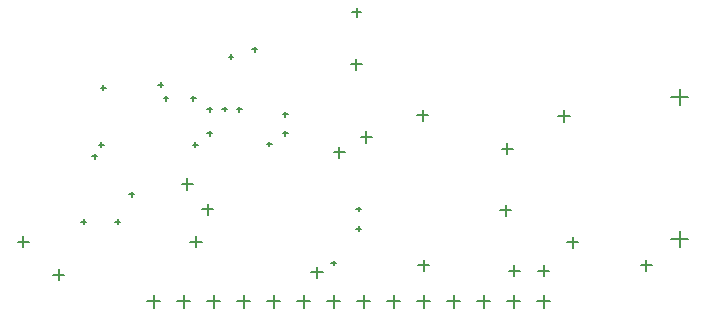
<source format=gbr>
%TF.GenerationSoftware,Altium Limited,Altium Designer,24.7.2 (38)*%
G04 Layer_Color=128*
%FSLAX43Y43*%
%MOMM*%
%TF.SameCoordinates,A6C98B59-F63B-4C8E-8392-574C2285590F*%
%TF.FilePolarity,Positive*%
%TF.FileFunction,Drillmap*%
%TF.Part,Single*%
G01*
G75*
%TA.AperFunction,NonConductor*%
%ADD69C,0.127*%
D69*
X26826Y6575D02*
X27776D01*
X27301Y6100D02*
Y7050D01*
X1951Y9150D02*
X2901D01*
X2426Y8675D02*
Y9625D01*
X31000Y18029D02*
X31950D01*
X31475Y17554D02*
Y18504D01*
X30306Y28575D02*
X31068D01*
X30687Y28194D02*
Y28956D01*
X57300Y9400D02*
X58700D01*
X58000Y8700D02*
Y10100D01*
X57300Y21400D02*
X58700D01*
X58000Y20700D02*
Y22100D01*
X16586Y9150D02*
X17536D01*
X17061Y8675D02*
Y9625D01*
X25640Y4120D02*
X26740D01*
X26190Y3570D02*
Y4670D01*
X23100Y4120D02*
X24200D01*
X23650Y3570D02*
Y4670D01*
X20560Y4120D02*
X21660D01*
X21110Y3570D02*
Y4670D01*
X15480Y4120D02*
X16580D01*
X16030Y3570D02*
Y4670D01*
X12940Y4120D02*
X14040D01*
X13490Y3570D02*
Y4670D01*
X18020Y4120D02*
X19120D01*
X18570Y3570D02*
Y4670D01*
X28180Y4120D02*
X29280D01*
X28730Y3570D02*
Y4670D01*
X30720Y4120D02*
X31820D01*
X31270Y3570D02*
Y4670D01*
X33260Y4120D02*
X34360D01*
X33810Y3570D02*
Y4670D01*
X35800Y4120D02*
X36900D01*
X36350Y3570D02*
Y4670D01*
X38340Y4120D02*
X39440D01*
X38890Y3570D02*
Y4670D01*
X40880Y4120D02*
X41980D01*
X41430Y3570D02*
Y4670D01*
X43420Y4120D02*
X44520D01*
X43970Y3570D02*
Y4670D01*
X45960Y4120D02*
X47060D01*
X46510Y3570D02*
Y4670D01*
X46035Y6691D02*
X46985D01*
X46510Y6216D02*
Y7166D01*
X47750Y19800D02*
X48700D01*
X48225Y19325D02*
Y20275D01*
X4975Y6350D02*
X5925D01*
X5450Y5875D02*
Y6825D01*
X30150Y24175D02*
X31100D01*
X30625Y23700D02*
Y24650D01*
X42946Y17035D02*
X43896D01*
X43421Y16560D02*
Y17510D01*
X54700Y7150D02*
X55650D01*
X55175Y6675D02*
Y7625D01*
X48464Y9100D02*
X49414D01*
X48939Y8625D02*
Y9575D01*
X35776Y19850D02*
X36726D01*
X36251Y19375D02*
Y20325D01*
X35875Y7150D02*
X36825D01*
X36350Y6675D02*
Y7625D01*
X17567Y11916D02*
X18517D01*
X18042Y11441D02*
Y12391D01*
X15833Y14050D02*
X16783D01*
X16308Y13575D02*
Y14525D01*
X28725Y16727D02*
X29675D01*
X29200Y16252D02*
Y17202D01*
X42800Y11829D02*
X43750D01*
X43275Y11354D02*
Y12304D01*
X43525Y6691D02*
X44475D01*
X44000Y6216D02*
Y7166D01*
X23059Y17435D02*
X23459D01*
X23260Y17235D02*
Y17635D01*
X13875Y22450D02*
X14275D01*
X14075Y22250D02*
Y22650D01*
X19282Y20389D02*
X19682D01*
X19482Y20189D02*
Y20589D01*
X9025Y22200D02*
X9425D01*
X9225Y22000D02*
Y22400D01*
X19828Y24832D02*
X20228D01*
X20028Y24632D02*
Y25032D01*
X8275Y16400D02*
X8675D01*
X8475Y16200D02*
Y16600D01*
X7348Y10850D02*
X7748D01*
X7548Y10650D02*
Y11050D01*
X11405Y13180D02*
X11805D01*
X11605Y12980D02*
Y13380D01*
X20525Y20361D02*
X20925D01*
X20725Y20161D02*
Y20561D01*
X18012Y18350D02*
X18412D01*
X18212Y18150D02*
Y18550D01*
X10225Y10850D02*
X10625D01*
X10425Y10650D02*
Y11050D01*
X8842Y17364D02*
X9242D01*
X9042Y17163D02*
Y17563D01*
X16625Y21307D02*
X17025D01*
X16825Y21107D02*
Y21507D01*
X14325Y21313D02*
X14725D01*
X14525Y21113D02*
Y21513D01*
X18012Y20361D02*
X18412D01*
X18212Y20161D02*
Y20561D01*
X16800Y17364D02*
X17200D01*
X17000Y17163D02*
Y17563D01*
X30639Y11929D02*
X31039D01*
X30839Y11729D02*
Y12129D01*
X30639Y10273D02*
X31039D01*
X30839Y10073D02*
Y10473D01*
X28530Y7358D02*
X28930D01*
X28730Y7158D02*
Y7558D01*
X24407Y18321D02*
X24807D01*
X24607Y18121D02*
Y18521D01*
X24407Y19953D02*
X24807D01*
X24607Y19753D02*
Y20153D01*
X21832Y25450D02*
X22232D01*
X22032Y25250D02*
Y25650D01*
%TF.MD5,c7de3c3883a8a0e86bc4c21fad729cb9*%
M02*

</source>
